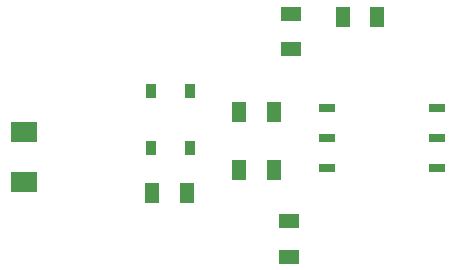
<source format=gbr>
%TF.GenerationSoftware,KiCad,Pcbnew,9.0.0*%
%TF.CreationDate,2025-11-28T03:58:55-07:00*%
%TF.ProjectId,ESP-Board,4553502d-426f-4617-9264-2e6b69636164,rev?*%
%TF.SameCoordinates,Original*%
%TF.FileFunction,Paste,Bot*%
%TF.FilePolarity,Positive*%
%FSLAX46Y46*%
G04 Gerber Fmt 4.6, Leading zero omitted, Abs format (unit mm)*
G04 Created by KiCad (PCBNEW 9.0.0) date 2025-11-28 03:58:55*
%MOMM*%
%LPD*%
G01*
G04 APERTURE LIST*
%ADD10R,0.939800X1.244600*%
%ADD11R,1.371600X0.660400*%
%ADD12R,1.770000X1.170000*%
%ADD13R,1.170000X1.770000*%
%ADD14R,1.230000X1.770000*%
%ADD15R,2.209800X1.651000*%
%ADD16R,1.200000X1.820000*%
G04 APERTURE END LIST*
D10*
%TO.C,LED1*%
X111835000Y-89216600D03*
X115134998Y-89216600D03*
X115134998Y-94093400D03*
X111835000Y-94093400D03*
%TD*%
D11*
%TO.C,U6*%
X126761400Y-95775000D03*
X126761400Y-93235000D03*
X126761400Y-90695000D03*
X136108600Y-90695000D03*
X136108600Y-93235000D03*
X136108600Y-95775000D03*
%TD*%
D12*
%TO.C,R15*%
X123575000Y-100291000D03*
X123575000Y-103279000D03*
%TD*%
D13*
%TO.C,R16*%
X122289000Y-91035000D03*
X119301000Y-91035000D03*
%TD*%
D14*
%TO.C,R7*%
X111959000Y-97895000D03*
X114891000Y-97895000D03*
%TD*%
D15*
%TO.C,D1*%
X101100000Y-92721400D03*
X101100000Y-96963200D03*
%TD*%
D16*
%TO.C,C3*%
X128115000Y-82955000D03*
X131035000Y-82955000D03*
%TD*%
D13*
%TO.C,R14*%
X122289000Y-95915000D03*
X119301000Y-95915000D03*
%TD*%
D12*
%TO.C,R13*%
X123685000Y-85719000D03*
X123685000Y-82731000D03*
%TD*%
M02*

</source>
